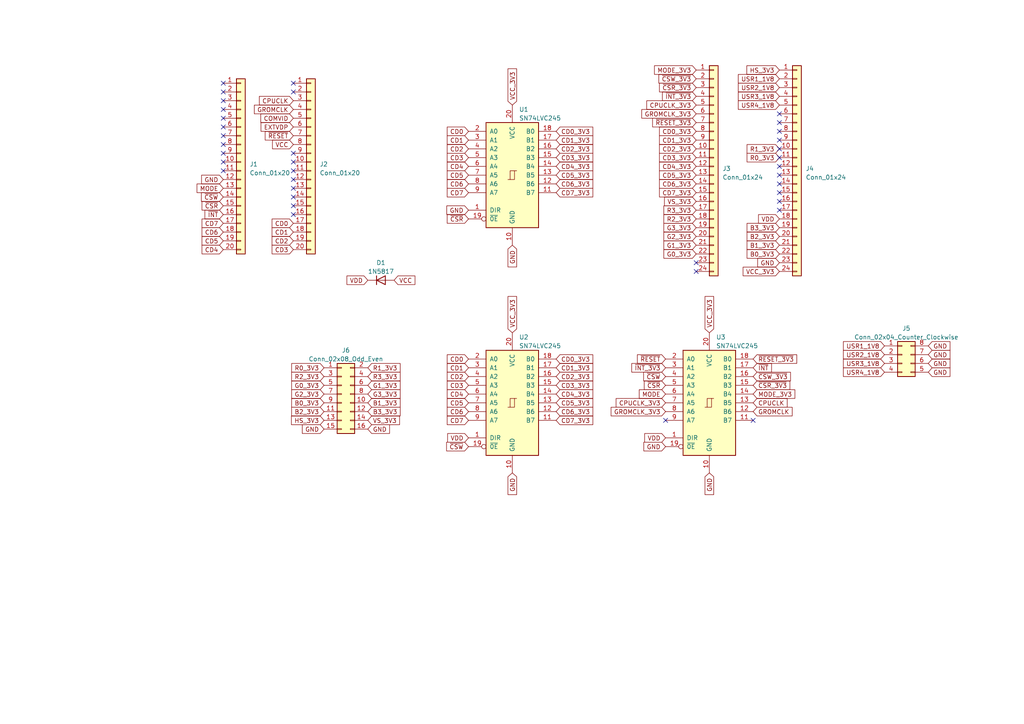
<source format=kicad_sch>
(kicad_sch (version 20230121) (generator eeschema)
  (paper "A4")
  (lib_symbols
    (symbol "Connector_Generic:Conn_01x20" (pin_names (offset 1.016) hide)
      (property "Reference" "J" (at 0 25.4 0))
      (property "Value" "Conn_01x20" (at 0 -27.94 0))
      (symbol "Conn_01x20_1_1"
        (rectangle (start -1.27 -25.273) (end 0 -25.527) (stroke (width 0.1524)))
        (rectangle (start -1.27 -22.733) (end 0 -22.987) (stroke (width 0.1524)))
        (rectangle (start -1.27 -20.193) (end 0 -20.447) (stroke (width 0.1524)))
        (rectangle (start -1.27 -17.653) (end 0 -17.907) (stroke (width 0.1524)))
        (rectangle (start -1.27 -15.113) (end 0 -15.367) (stroke (width 0.1524)))
        (rectangle (start -1.27 -12.573) (end 0 -12.827) (stroke (width 0.1524)))
        (rectangle (start -1.27 -10.033) (end 0 -10.287) (stroke (width 0.1524)))
        (rectangle (start -1.27 -7.493) (end 0 -7.747) (stroke (width 0.1524)))
        (rectangle (start -1.27 -4.953) (end 0 -5.207) (stroke (width 0.1524)))
        (rectangle (start -1.27 -2.413) (end 0 -2.667) (stroke (width 0.1524)))
        (rectangle (start -1.27 0.127) (end 0 -0.127) (stroke (width 0.1524)))
        (rectangle (start -1.27 2.667) (end 0 2.413) (stroke (width 0.1524)))
        (rectangle (start -1.27 5.207) (end 0 4.953) (stroke (width 0.1524)))
        (rectangle (start -1.27 7.747) (end 0 7.493) (stroke (width 0.1524)))
        (rectangle (start -1.27 10.287) (end 0 10.033) (stroke (width 0.1524)))
        (rectangle (start -1.27 12.827) (end 0 12.573) (stroke (width 0.1524)))
        (rectangle (start -1.27 15.367) (end 0 15.113) (stroke (width 0.1524)))
        (rectangle (start -1.27 17.907) (end 0 17.653) (stroke (width 0.1524)))
        (rectangle (start -1.27 20.447) (end 0 20.193) (stroke (width 0.1524)))
        (rectangle (start -1.27 22.987) (end 0 22.733) (stroke (width 0.1524)))
        (rectangle (start -1.27 24.13) (end 1.27 -26.67) (stroke (width 0.254)) (fill (type background)))
        (pin passive line (at -5.08 22.86 0) (length 3.81) (name "Pin_1") (number "1"))
        (pin passive line (at -5.08 0 0) (length 3.81) (name "Pin_10") (number "10"))
        (pin passive line (at -5.08 -2.54 0) (length 3.81) (name "Pin_11") (number "11"))
        (pin passive line (at -5.08 -5.08 0) (length 3.81) (name "Pin_12") (number "12"))
        (pin passive line (at -5.08 -7.62 0) (length 3.81) (name "Pin_13") (number "13"))
        (pin passive line (at -5.08 -10.16 0) (length 3.81) (name "Pin_14") (number "14"))
        (pin passive line (at -5.08 -12.7 0) (length 3.81) (name "Pin_15") (number "15"))
        (pin passive line (at -5.08 -15.24 0) (length 3.81) (name "Pin_16") (number "16"))
        (pin passive line (at -5.08 -17.78 0) (length 3.81) (name "Pin_17") (number "17"))
        (pin passive line (at -5.08 -20.32 0) (length 3.81) (name "Pin_18") (number "18"))
        (pin passive line (at -5.08 -22.86 0) (length 3.81) (name "Pin_19") (number "19"))
        (pin passive line (at -5.08 20.32 0) (length 3.81) (name "Pin_2") (number "2"))
        (pin passive line (at -5.08 -25.4 0) (length 3.81) (name "Pin_20") (number "20"))
        (pin passive line (at -5.08 17.78 0) (length 3.81) (name "Pin_3") (number "3"))
        (pin passive line (at -5.08 15.24 0) (length 3.81) (name "Pin_4") (number "4"))
        (pin passive line (at -5.08 12.7 0) (length 3.81) (name "Pin_5") (number "5"))
        (pin passive line (at -5.08 10.16 0) (length 3.81) (name "Pin_6") (number "6"))
        (pin passive line (at -5.08 7.62 0) (length 3.81) (name "Pin_7") (number "7"))
        (pin passive line (at -5.08 5.08 0) (length 3.81) (name "Pin_8") (number "8"))
        (pin passive line (at -5.08 2.54 0) (length 3.81) (name "Pin_9") (number "9"))
      )
    )
    (symbol "Connector_Generic:Conn_01x24" (pin_names (offset 1.016) hide)
      (property "Reference" "J" (at 0 30.48 0))
      (property "Value" "Conn_01x24" (at 0 -33.02 0))
      (symbol "Conn_01x24_1_1"
        (rectangle (start -1.27 -30.353) (end 0 -30.607) (stroke (width 0.1524)))
        (rectangle (start -1.27 -27.813) (end 0 -28.067) (stroke (width 0.1524)))
        (rectangle (start -1.27 -25.273) (end 0 -25.527) (stroke (width 0.1524)))
        (rectangle (start -1.27 -22.733) (end 0 -22.987) (stroke (width 0.1524)))
        (rectangle (start -1.27 -20.193) (end 0 -20.447) (stroke (width 0.1524)))
        (rectangle (start -1.27 -17.653) (end 0 -17.907) (stroke (width 0.1524)))
        (rectangle (start -1.27 -15.113) (end 0 -15.367) (stroke (width 0.1524)))
        (rectangle (start -1.27 -12.573) (end 0 -12.827) (stroke (width 0.1524)))
        (rectangle (start -1.27 -10.033) (end 0 -10.287) (stroke (width 0.1524)))
        (rectangle (start -1.27 -7.493) (end 0 -7.747) (stroke (width 0.1524)))
        (rectangle (start -1.27 -4.953) (end 0 -5.207) (stroke (width 0.1524)))
        (rectangle (start -1.27 -2.413) (end 0 -2.667) (stroke (width 0.1524)))
        (rectangle (start -1.27 0.127) (end 0 -0.127) (stroke (width 0.1524)))
        (rectangle (start -1.27 2.667) (end 0 2.413) (stroke (width 0.1524)))
        (rectangle (start -1.27 5.207) (end 0 4.953) (stroke (width 0.1524)))
        (rectangle (start -1.27 7.747) (end 0 7.493) (stroke (width 0.1524)))
        (rectangle (start -1.27 10.287) (end 0 10.033) (stroke (width 0.1524)))
        (rectangle (start -1.27 12.827) (end 0 12.573) (stroke (width 0.1524)))
        (rectangle (start -1.27 15.367) (end 0 15.113) (stroke (width 0.1524)))
        (rectangle (start -1.27 17.907) (end 0 17.653) (stroke (width 0.1524)))
        (rectangle (start -1.27 20.447) (end 0 20.193) (stroke (width 0.1524)))
        (rectangle (start -1.27 22.987) (end 0 22.733) (stroke (width 0.1524)))
        (rectangle (start -1.27 25.527) (end 0 25.273) (stroke (width 0.1524)))
        (rectangle (start -1.27 28.067) (end 0 27.813) (stroke (width 0.1524)))
        (rectangle (start -1.27 29.21) (end 1.27 -31.75) (stroke (width 0.254)) (fill (type background)))
        (pin passive line (at -5.08 27.94 0) (length 3.81) (name "Pin_1") (number "1"))
        (pin passive line (at -5.08 5.08 0) (length 3.81) (name "Pin_10") (number "10"))
        (pin passive line (at -5.08 2.54 0) (length 3.81) (name "Pin_11") (number "11"))
        (pin passive line (at -5.08 0 0) (length 3.81) (name "Pin_12") (number "12"))
        (pin passive line (at -5.08 -2.54 0) (length 3.81) (name "Pin_13") (number "13"))
        (pin passive line (at -5.08 -5.08 0) (length 3.81) (name "Pin_14") (number "14"))
        (pin passive line (at -5.08 -7.62 0) (length 3.81) (name "Pin_15") (number "15"))
        (pin passive line (at -5.08 -10.16 0) (length 3.81) (name "Pin_16") (number "16"))
        (pin passive line (at -5.08 -12.7 0) (length 3.81) (name "Pin_17") (number "17"))
        (pin passive line (at -5.08 -15.24 0) (length 3.81) (name "Pin_18") (number "18"))
        (pin passive line (at -5.08 -17.78 0) (length 3.81) (name "Pin_19") (number "19"))
        (pin passive line (at -5.08 25.4 0) (length 3.81) (name "Pin_2") (number "2"))
        (pin passive line (at -5.08 -20.32 0) (length 3.81) (name "Pin_20") (number "20"))
        (pin passive line (at -5.08 -22.86 0) (length 3.81) (name "Pin_21") (number "21"))
        (pin passive line (at -5.08 -25.4 0) (length 3.81) (name "Pin_22") (number "22"))
        (pin passive line (at -5.08 -27.94 0) (length 3.81) (name "Pin_23") (number "23"))
        (pin passive line (at -5.08 -30.48 0) (length 3.81) (name "Pin_24") (number "24"))
        (pin passive line (at -5.08 22.86 0) (length 3.81) (name "Pin_3") (number "3"))
        (pin passive line (at -5.08 20.32 0) (length 3.81) (name "Pin_4") (number "4"))
        (pin passive line (at -5.08 17.78 0) (length 3.81) (name "Pin_5") (number "5"))
        (pin passive line (at -5.08 15.24 0) (length 3.81) (name "Pin_6") (number "6"))
        (pin passive line (at -5.08 12.7 0) (length 3.81) (name "Pin_7") (number "7"))
        (pin passive line (at -5.08 10.16 0) (length 3.81) (name "Pin_8") (number "8"))
        (pin passive line (at -5.08 7.62 0) (length 3.81) (name "Pin_9") (number "9"))
      )
    )
    (symbol "Connector_Generic:Conn_02x04_Counter_Clockwise" (pin_names (offset 1.016) hide)
      (property "Reference" "J" (at 1.27 5.08 0))
      (property "Value" "Conn_02x04_Counter_Clockwise" (at 1.27 -7.62 0))
      (symbol "Conn_02x04_Counter_Clockwise_1_1"
        (rectangle (start -1.27 -4.953) (end 0 -5.207) (stroke (width 0.1524)))
        (rectangle (start -1.27 -2.413) (end 0 -2.667) (stroke (width 0.1524)))
        (rectangle (start -1.27 0.127) (end 0 -0.127) (stroke (width 0.1524)))
        (rectangle (start -1.27 2.667) (end 0 2.413) (stroke (width 0.1524)))
        (rectangle (start -1.27 3.81) (end 3.81 -6.35) (stroke (width 0.254)) (fill (type background)))
        (rectangle (start 3.81 -4.953) (end 2.54 -5.207) (stroke (width 0.1524)))
        (rectangle (start 3.81 -2.413) (end 2.54 -2.667) (stroke (width 0.1524)))
        (rectangle (start 3.81 0.127) (end 2.54 -0.127) (stroke (width 0.1524)))
        (rectangle (start 3.81 2.667) (end 2.54 2.413) (stroke (width 0.1524)))
        (pin passive line (at -5.08 2.54 0) (length 3.81) (name "Pin_1") (number "1"))
        (pin passive line (at -5.08 0 0) (length 3.81) (name "Pin_2") (number "2"))
        (pin passive line (at -5.08 -2.54 0) (length 3.81) (name "Pin_3") (number "3"))
        (pin passive line (at -5.08 -5.08 0) (length 3.81) (name "Pin_4") (number "4"))
        (pin passive line (at 7.62 -5.08 180) (length 3.81) (name "Pin_5") (number "5"))
        (pin passive line (at 7.62 -2.54 180) (length 3.81) (name "Pin_6") (number "6"))
        (pin passive line (at 7.62 0 180) (length 3.81) (name "Pin_7") (number "7"))
        (pin passive line (at 7.62 2.54 180) (length 3.81) (name "Pin_8") (number "8"))
      )
    )
    (symbol "Connector_Generic:Conn_02x08_Odd_Even" (pin_names (offset 1.016) hide)
      (property "Reference" "J" (at 1.27 10.16 0))
      (property "Value" "Conn_02x08_Odd_Even" (at 1.27 -12.7 0))
      (symbol "Conn_02x08_Odd_Even_1_1"
        (rectangle (start -1.27 -10.033) (end 0 -10.287) (stroke (width 0.1524)))
        (rectangle (start -1.27 -7.493) (end 0 -7.747) (stroke (width 0.1524)))
        (rectangle (start -1.27 -4.953) (end 0 -5.207) (stroke (width 0.1524)))
        (rectangle (start -1.27 -2.413) (end 0 -2.667) (stroke (width 0.1524)))
        (rectangle (start -1.27 0.127) (end 0 -0.127) (stroke (width 0.1524)))
        (rectangle (start -1.27 2.667) (end 0 2.413) (stroke (width 0.1524)))
        (rectangle (start -1.27 5.207) (end 0 4.953) (stroke (width 0.1524)))
        (rectangle (start -1.27 7.747) (end 0 7.493) (stroke (width 0.1524)))
        (rectangle (start -1.27 8.89) (end 3.81 -11.43) (stroke (width 0.254)) (fill (type background)))
        (rectangle (start 3.81 -10.033) (end 2.54 -10.287) (stroke (width 0.1524)))
        (rectangle (start 3.81 -7.493) (end 2.54 -7.747) (stroke (width 0.1524)))
        (rectangle (start 3.81 -4.953) (end 2.54 -5.207) (stroke (width 0.1524)))
        (rectangle (start 3.81 -2.413) (end 2.54 -2.667) (stroke (width 0.1524)))
        (rectangle (start 3.81 0.127) (end 2.54 -0.127) (stroke (width 0.1524)))
        (rectangle (start 3.81 2.667) (end 2.54 2.413) (stroke (width 0.1524)))
        (rectangle (start 3.81 5.207) (end 2.54 4.953) (stroke (width 0.1524)))
        (rectangle (start 3.81 7.747) (end 2.54 7.493) (stroke (width 0.1524)))
        (pin passive line (at -5.08 7.62 0) (length 3.81) (name "Pin_1") (number "1"))
        (pin passive line (at 7.62 -2.54 180) (length 3.81) (name "Pin_10") (number "10"))
        (pin passive line (at -5.08 -5.08 0) (length 3.81) (name "Pin_11") (number "11"))
        (pin passive line (at 7.62 -5.08 180) (length 3.81) (name "Pin_12") (number "12"))
        (pin passive line (at -5.08 -7.62 0) (length 3.81) (name "Pin_13") (number "13"))
        (pin passive line (at 7.62 -7.62 180) (length 3.81) (name "Pin_14") (number "14"))
        (pin passive line (at -5.08 -10.16 0) (length 3.81) (name "Pin_15") (number "15"))
        (pin passive line (at 7.62 -10.16 180) (length 3.81) (name "Pin_16") (number "16"))
        (pin passive line (at 7.62 7.62 180) (length 3.81) (name "Pin_2") (number "2"))
        (pin passive line (at -5.08 5.08 0) (length 3.81) (name "Pin_3") (number "3"))
        (pin passive line (at 7.62 5.08 180) (length 3.81) (name "Pin_4") (number "4"))
        (pin passive line (at -5.08 2.54 0) (length 3.81) (name "Pin_5") (number "5"))
        (pin passive line (at 7.62 2.54 180) (length 3.81) (name "Pin_6") (number "6"))
        (pin passive line (at -5.08 0 0) (length 3.81) (name "Pin_7") (number "7"))
        (pin passive line (at 7.62 0 180) (length 3.81) (name "Pin_8") (number "8"))
        (pin passive line (at -5.08 -2.54 0) (length 3.81) (name "Pin_9") (number "9"))
      )
    )
    (symbol "Diode:1N4001" (pin_numbers hide) (pin_names hide)
      (property "Reference" "D" (at 0 2.54 0))
      (property "Value" "1N4001" (at 0 -2.54 0))
      (symbol "1N4001_0_1"
        (polyline (pts (xy -1.27 1.27) (xy -1.27 -1.27)) (stroke (width 0.254)))
        (polyline (pts (xy 1.27 0) (xy -1.27 0)))
        (polyline (pts (xy 1.27 1.27) (xy 1.27 -1.27) (xy -1.27 0) (xy 1.27 1.27)) (stroke (width 0.254)))
      )
      (symbol "1N4001_1_1"
        (pin passive line (at -3.81 0 0) (length 2.54) (name "K") (number "1"))
        (pin passive line (at 3.81 0 180) (length 2.54) (name "A") (number "2"))
      )
    )
    (symbol "tms9118a_sym:SN74LVC245" (pin_names (offset 1.016))
      (property "Reference" "U" (at -7.62 16.51 0))
      (property "Value" "SN74LVC245" (at 7.62 16.51 0))
      (symbol "SN74LVC245_1_0"
        (polyline (pts (xy -0.635 -1.27) (xy -0.635 1.27) (xy 0.635 1.27)))
        (polyline (pts (xy -1.27 -1.27) (xy 0.635 -1.27) (xy 0.635 1.27) (xy 1.27 1.27)))
        (pin input line (at -12.7 -10.16 0) (length 5.08) (name "DIR") (number "1"))
        (pin power_in line (at 0 -20.32 90) (length 5.08) (name "GND") (number "10"))
        (pin tri_state line (at 12.7 -5.08 180) (length 5.08) (name "B7") (number "11"))
        (pin tri_state line (at 12.7 -2.54 180) (length 5.08) (name "B6") (number "12"))
        (pin tri_state line (at 12.7 0 180) (length 5.08) (name "B5") (number "13"))
        (pin tri_state line (at 12.7 2.54 180) (length 5.08) (name "B4") (number "14"))
        (pin tri_state line (at 12.7 5.08 180) (length 5.08) (name "B3") (number "15"))
        (pin tri_state line (at 12.7 7.62 180) (length 5.08) (name "B2") (number "16"))
        (pin tri_state line (at 12.7 10.16 180) (length 5.08) (name "B1") (number "17"))
        (pin tri_state line (at 12.7 12.7 180) (length 5.08) (name "B0") (number "18"))
        (pin input inverted (at -12.7 -12.7 0) (length 5.08) (name "~{0E}") (number "19"))
        (pin tri_state line (at -12.7 12.7 0) (length 5.08) (name "A0") (number "2"))
        (pin power_in line (at 0 20.32 270) (length 5.08) (name "VCC") (number "20"))
        (pin tri_state line (at -12.7 10.16 0) (length 5.08) (name "A1") (number "3"))
        (pin tri_state line (at -12.7 7.62 0) (length 5.08) (name "A2") (number "4"))
        (pin tri_state line (at -12.7 5.08 0) (length 5.08) (name "A3") (number "5"))
        (pin tri_state line (at -12.7 2.54 0) (length 5.08) (name "A4") (number "6"))
        (pin tri_state line (at -12.7 0 0) (length 5.08) (name "A5") (number "7"))
        (pin tri_state line (at -12.7 -2.54 0) (length 5.08) (name "A6") (number "8"))
        (pin tri_state line (at -12.7 -5.08 0) (length 5.08) (name "A7") (number "9"))
      )
      (symbol "SN74LVC245_1_1"
        (rectangle (start -7.62 15.24) (end 7.62 -15.24) (stroke (width 0.254)) (fill (type background)))
      )
    )
  )
  (no_connect (at 218.44 121.92))
  (no_connect (at 64.77 46.99))
  (no_connect (at 85.09 26.67))
  (no_connect (at 85.09 49.53))
  (no_connect (at 226.06 43.18))
  (no_connect (at 64.77 29.21))
  (no_connect (at 85.09 59.69))
  (no_connect (at 85.09 54.61))
  (no_connect (at 193.04 121.92))
  (no_connect (at 85.09 24.13))
  (no_connect (at 226.06 35.56))
  (no_connect (at 64.77 36.83))
  (no_connect (at 226.06 55.88))
  (no_connect (at 226.06 38.1))
  (no_connect (at 226.06 48.26))
  (no_connect (at 64.77 39.37))
  (no_connect (at 64.77 26.67))
  (no_connect (at 226.06 58.42))
  (no_connect (at 226.06 50.8))
  (no_connect (at 64.77 41.91))
  (no_connect (at 226.06 33.02))
  (no_connect (at 85.09 52.07))
  (no_connect (at 201.93 78.74))
  (no_connect (at 226.06 53.34))
  (no_connect (at 85.09 46.99))
  (no_connect (at 226.06 45.72))
  (no_connect (at 64.77 31.75))
  (no_connect (at 64.77 34.29))
  (no_connect (at 64.77 44.45))
  (no_connect (at 85.09 44.45))
  (no_connect (at 64.77 49.53))
  (no_connect (at 85.09 57.15))
  (no_connect (at 226.06 60.96))
  (no_connect (at 85.09 62.23))
  (no_connect (at 64.77 24.13))
  (no_connect (at 201.93 76.2))
  (no_connect (at 226.06 40.64))
  (global_label "CD6" (shape input) (at 135.89 119.38 180) (property "Intersheetrefs" "${INTERSHEET_REFS}" (effects hide)))
  (global_label "CD5" (shape input) (at 135.89 116.84 180) (property "Intersheetrefs" "${INTERSHEET_REFS}" (effects hide)))
  (global_label "CD7" (shape input) (at 135.89 55.88 180) (property "Intersheetrefs" "${INTERSHEET_REFS}" (effects hide)))
  (global_label "CPUCLK_3V3" (shape input) (at 193.04 116.84 180) (property "Intersheetrefs" "${INTERSHEET_REFS}" (effects hide)))
  (global_label "B1_3V3" (shape input) (at 226.06 71.12 180) (property "Intersheetrefs" "${INTERSHEET_REFS}" (effects hide)))
  (global_label "~{RESET_3V3}" (shape input) (at 201.93 35.56 180) (property "Intersheetrefs" "${INTERSHEET_REFS}" (effects hide)))
  (global_label "GND" (shape input) (at 148.59 137.16 270) (property "Intersheetrefs" "${INTERSHEET_REFS}" (effects hide)))
  (global_label "VCC_3V3" (shape input) (at 148.59 96.52 90) (property "Intersheetrefs" "${INTERSHEET_REFS}" (effects hide)))
  (global_label "B2_3V3" (shape input) (at 93.98 119.38 180) (property "Intersheetrefs" "${INTERSHEET_REFS}" (effects hide)))
  (global_label "G0_3V3" (shape input) (at 201.93 73.66 180) (property "Intersheetrefs" "${INTERSHEET_REFS}" (effects hide)))
  (global_label "VCC" (shape input) (at 114.3 81.28 0) (property "Intersheetrefs" "${INTERSHEET_REFS}" (effects hide)))
  (global_label "CD6_3V3" (shape input) (at 161.29 53.34 0) (property "Intersheetrefs" "${INTERSHEET_REFS}" (effects hide)))
  (global_label "GROMCLK_3V3" (shape input) (at 201.93 33.02 180) (property "Intersheetrefs" "${INTERSHEET_REFS}" (effects hide)))
  (global_label "VCC_3V3" (shape input) (at 226.06 78.74 180) (property "Intersheetrefs" "${INTERSHEET_REFS}" (effects hide)))
  (global_label "GND" (shape input) (at 193.04 129.54 180) (property "Intersheetrefs" "${INTERSHEET_REFS}" (effects hide)))
  (global_label "GND" (shape input) (at 64.77 52.07 180) (property "Intersheetrefs" "${INTERSHEET_REFS}" (effects hide)))
  (global_label "GND" (shape input) (at 269.24 105.41 0) (property "Intersheetrefs" "${INTERSHEET_REFS}" (effects hide)))
  (global_label "~{CSR}" (shape input) (at 193.04 111.76 180) (property "Intersheetrefs" "${INTERSHEET_REFS}" (effects hide)))
  (global_label "GND" (shape input) (at 148.59 71.12 270) (property "Intersheetrefs" "${INTERSHEET_REFS}" (effects hide)))
  (global_label "CD7_3V3" (shape input) (at 201.93 55.88 180) (property "Intersheetrefs" "${INTERSHEET_REFS}" (effects hide)))
  (global_label "B0_3V3" (shape input) (at 226.06 73.66 180) (property "Intersheetrefs" "${INTERSHEET_REFS}" (effects hide)))
  (global_label "CD4" (shape input) (at 135.89 48.26 180) (property "Intersheetrefs" "${INTERSHEET_REFS}" (effects hide)))
  (global_label "~{CSW}" (shape input) (at 64.77 57.15 180) (property "Intersheetrefs" "${INTERSHEET_REFS}" (effects hide)))
  (global_label "R1_3V3" (shape input) (at 106.68 106.68 0) (property "Intersheetrefs" "${INTERSHEET_REFS}" (effects hide)))
  (global_label "GROMCLK" (shape input) (at 218.44 119.38 0) (property "Intersheetrefs" "${INTERSHEET_REFS}" (effects hide)))
  (global_label "~{CSR}" (shape input) (at 64.77 59.69 180) (property "Intersheetrefs" "${INTERSHEET_REFS}" (effects hide)))
  (global_label "CD2" (shape input) (at 135.89 43.18 180) (property "Intersheetrefs" "${INTERSHEET_REFS}" (effects hide)))
  (global_label "CD0_3V3" (shape input) (at 201.93 38.1 180) (property "Intersheetrefs" "${INTERSHEET_REFS}" (effects hide)))
  (global_label "~{CSR}" (shape input) (at 135.89 63.5 180) (property "Intersheetrefs" "${INTERSHEET_REFS}" (effects hide)))
  (global_label "VCC_3V3" (shape input) (at 148.59 30.48 90) (property "Intersheetrefs" "${INTERSHEET_REFS}" (effects hide)))
  (global_label "CPUCLK_3V3" (shape input) (at 201.93 30.48 180) (property "Intersheetrefs" "${INTERSHEET_REFS}" (effects hide)))
  (global_label "VDD" (shape input) (at 226.06 63.5 180) (property "Intersheetrefs" "${INTERSHEET_REFS}" (effects hide)))
  (global_label "CD1_3V3" (shape input) (at 161.29 106.68 0) (property "Intersheetrefs" "${INTERSHEET_REFS}" (effects hide)))
  (global_label "CD0_3V3" (shape input) (at 161.29 104.14 0) (property "Intersheetrefs" "${INTERSHEET_REFS}" (effects hide)))
  (global_label "R1_3V3" (shape input) (at 226.06 43.18 180) (property "Intersheetrefs" "${INTERSHEET_REFS}" (effects hide)))
  (global_label "USR1_1V8" (shape input) (at 256.54 100.33 180) (property "Intersheetrefs" "${INTERSHEET_REFS}" (effects hide)))
  (global_label "MODE" (shape input) (at 64.77 54.61 180) (property "Intersheetrefs" "${INTERSHEET_REFS}" (effects hide)))
  (global_label "R2_3V3" (shape input) (at 201.93 63.5 180) (property "Intersheetrefs" "${INTERSHEET_REFS}" (effects hide)))
  (global_label "CD0" (shape input) (at 135.89 38.1 180) (property "Intersheetrefs" "${INTERSHEET_REFS}" (effects hide)))
  (global_label "~{CSR_3V3}" (shape input) (at 201.93 25.4 180) (property "Intersheetrefs" "${INTERSHEET_REFS}" (effects hide)))
  (global_label "VDD" (shape input) (at 106.68 81.28 180) (property "Intersheetrefs" "${INTERSHEET_REFS}" (effects hide)))
  (global_label "~{CSW}" (shape input) (at 135.89 129.54 180) (property "Intersheetrefs" "${INTERSHEET_REFS}" (effects hide)))
  (global_label "CD3" (shape input) (at 135.89 111.76 180) (property "Intersheetrefs" "${INTERSHEET_REFS}" (effects hide)))
  (global_label "GND" (shape input) (at 205.74 137.16 270) (property "Intersheetrefs" "${INTERSHEET_REFS}" (effects hide)))
  (global_label "GND" (shape input) (at 226.06 76.2 180) (property "Intersheetrefs" "${INTERSHEET_REFS}" (effects hide)))
  (global_label "GROMCLK" (shape input) (at 85.09 31.75 180) (property "Intersheetrefs" "${INTERSHEET_REFS}" (effects hide)))
  (global_label "CD3_3V3" (shape input) (at 201.93 45.72 180) (property "Intersheetrefs" "${INTERSHEET_REFS}" (effects hide)))
  (global_label "G3_3V3" (shape input) (at 106.68 114.3 0) (property "Intersheetrefs" "${INTERSHEET_REFS}" (effects hide)))
  (global_label "CD0" (shape input) (at 135.89 104.14 180) (property "Intersheetrefs" "${INTERSHEET_REFS}" (effects hide)))
  (global_label "CD2" (shape input) (at 85.09 69.85 180) (property "Intersheetrefs" "${INTERSHEET_REFS}" (effects hide)))
  (global_label "CD3_3V3" (shape input) (at 161.29 45.72 0) (property "Intersheetrefs" "${INTERSHEET_REFS}" (effects hide)))
  (global_label "B3_3V3" (shape input) (at 226.06 66.04 180) (property "Intersheetrefs" "${INTERSHEET_REFS}" (effects hide)))
  (global_label "VDD" (shape input) (at 193.04 127 180) (property "Intersheetrefs" "${INTERSHEET_REFS}" (effects hide)))
  (global_label "GND" (shape input) (at 269.24 100.33 0) (property "Intersheetrefs" "${INTERSHEET_REFS}" (effects hide)))
  (global_label "~{INT}" (shape input) (at 64.77 62.23 180) (property "Intersheetrefs" "${INTERSHEET_REFS}" (effects hide)))
  (global_label "CD5" (shape input) (at 64.77 69.85 180) (property "Intersheetrefs" "${INTERSHEET_REFS}" (effects hide)))
  (global_label "CD7" (shape input) (at 64.77 64.77 180) (property "Intersheetrefs" "${INTERSHEET_REFS}" (effects hide)))
  (global_label "VCC" (shape input) (at 85.09 41.91 180) (property "Intersheetrefs" "${INTERSHEET_REFS}" (effects hide)))
  (global_label "CD3" (shape input) (at 135.89 45.72 180) (property "Intersheetrefs" "${INTERSHEET_REFS}" (effects hide)))
  (global_label "CD7" (shape input) (at 135.89 121.92 180) (property "Intersheetrefs" "${INTERSHEET_REFS}" (effects hide)))
  (global_label "~{INT}" (shape input) (at 218.44 106.68 0) (property "Intersheetrefs" "${INTERSHEET_REFS}" (effects hide)))
  (global_label "CD6" (shape input) (at 64.77 67.31 180) (property "Intersheetrefs" "${INTERSHEET_REFS}" (effects hide)))
  (global_label "USR3_1V8" (shape input) (at 226.06 27.94 180) (property "Intersheetrefs" "${INTERSHEET_REFS}" (effects hide)))
  (global_label "CD5" (shape input) (at 135.89 50.8 180) (property "Intersheetrefs" "${INTERSHEET_REFS}" (effects hide)))
  (global_label "CD4" (shape input) (at 135.89 114.3 180) (property "Intersheetrefs" "${INTERSHEET_REFS}" (effects hide)))
  (global_label "VDD" (shape input) (at 135.89 127 180) (property "Intersheetrefs" "${INTERSHEET_REFS}" (effects hide)))
  (global_label "G1_3V3" (shape input) (at 106.68 111.76 0) (property "Intersheetrefs" "${INTERSHEET_REFS}" (effects hide)))
  (global_label "R0_3V3" (shape input) (at 93.98 106.68 180) (property "Intersheetrefs" "${INTERSHEET_REFS}" (effects hide)))
  (global_label "CD1_3V3" (shape input) (at 161.29 40.64 0) (property "Intersheetrefs" "${INTERSHEET_REFS}" (effects hide)))
  (global_label "CD4_3V3" (shape input) (at 161.29 114.3 0) (property "Intersheetrefs" "${INTERSHEET_REFS}" (effects hide)))
  (global_label "CD3_3V3" (shape input) (at 161.29 111.76 0) (property "Intersheetrefs" "${INTERSHEET_REFS}" (effects hide)))
  (global_label "G2_3V3" (shape input) (at 201.93 68.58 180) (property "Intersheetrefs" "${INTERSHEET_REFS}" (effects hide)))
  (global_label "CD2" (shape input) (at 135.89 109.22 180) (property "Intersheetrefs" "${INTERSHEET_REFS}" (effects hide)))
  (global_label "VCC_3V3" (shape input) (at 205.74 96.52 90) (property "Intersheetrefs" "${INTERSHEET_REFS}" (effects hide)))
  (global_label "CD1_3V3" (shape input) (at 201.93 40.64 180) (property "Intersheetrefs" "${INTERSHEET_REFS}" (effects hide)))
  (global_label "B3_3V3" (shape input) (at 106.68 119.38 0) (property "Intersheetrefs" "${INTERSHEET_REFS}" (effects hide)))
  (global_label "B1_3V3" (shape input) (at 106.68 116.84 0) (property "Intersheetrefs" "${INTERSHEET_REFS}" (effects hide)))
  (global_label "GND" (shape input) (at 93.98 124.46 180) (property "Intersheetrefs" "${INTERSHEET_REFS}" (effects hide)))
  (global_label "GROMCLK_3V3" (shape input) (at 193.04 119.38 180) (property "Intersheetrefs" "${INTERSHEET_REFS}" (effects hide)))
  (global_label "CD0_3V3" (shape input) (at 161.29 38.1 0) (property "Intersheetrefs" "${INTERSHEET_REFS}" (effects hide)))
  (global_label "CD5_3V3" (shape input) (at 161.29 50.8 0) (property "Intersheetrefs" "${INTERSHEET_REFS}" (effects hide)))
  (global_label "COMVID" (shape input) (at 85.09 34.29 180) (property "Intersheetrefs" "${INTERSHEET_REFS}" (effects hide)))
  (global_label "CD6_3V3" (shape input) (at 161.29 119.38 0) (property "Intersheetrefs" "${INTERSHEET_REFS}" (effects hide)))
  (global_label "USR4_1V8" (shape input) (at 226.06 30.48 180) (property "Intersheetrefs" "${INTERSHEET_REFS}" (effects hide)))
  (global_label "R0_3V3" (shape input) (at 226.06 45.72 180) (property "Intersheetrefs" "${INTERSHEET_REFS}" (effects hide)))
  (global_label "GND" (shape input) (at 135.89 60.96 180) (property "Intersheetrefs" "${INTERSHEET_REFS}" (effects hide)))
  (global_label "MODE_3V3" (shape input) (at 201.93 20.32 180) (property "Intersheetrefs" "${INTERSHEET_REFS}" (effects hide)))
  (global_label "GND" (shape input) (at 269.24 107.95 0) (property "Intersheetrefs" "${INTERSHEET_REFS}" (effects hide)))
  (global_label "G0_3V3" (shape input) (at 93.98 111.76 180) (property "Intersheetrefs" "${INTERSHEET_REFS}" (effects hide)))
  (global_label "CD7_3V3" (shape input) (at 161.29 121.92 0) (property "Intersheetrefs" "${INTERSHEET_REFS}" (effects hide)))
  (global_label "CD3" (shape input) (at 85.09 72.39 180) (property "Intersheetrefs" "${INTERSHEET_REFS}" (effects hide)))
  (global_label "~{RESET}" (shape input) (at 85.09 39.37 180) (property "Intersheetrefs" "${INTERSHEET_REFS}" (effects hide)))
  (global_label "B2_3V3" (shape input) (at 226.06 68.58 180) (property "Intersheetrefs" "${INTERSHEET_REFS}" (effects hide)))
  (global_label "~{RESET}" (shape input) (at 193.04 104.14 180) (property "Intersheetrefs" "${INTERSHEET_REFS}" (effects hide)))
  (global_label "CD6" (shape input) (at 135.89 53.34 180) (property "Intersheetrefs" "${INTERSHEET_REFS}" (effects hide)))
  (global_label "CD4_3V3" (shape input) (at 201.93 48.26 180) (property "Intersheetrefs" "${INTERSHEET_REFS}" (effects hide)))
  (global_label "~{CSW}" (shape input) (at 193.04 109.22 180) (property "Intersheetrefs" "${INTERSHEET_REFS}" (effects hide)))
  (global_label "G2_3V3" (shape input) (at 93.98 114.3 180) (property "Intersheetrefs" "${INTERSHEET_REFS}" (effects hide)))
  (global_label "EXTVDP" (shape input) (at 85.09 36.83 180) (property "Intersheetrefs" "${INTERSHEET_REFS}" (effects hide)))
  (global_label "CPUCLK" (shape input) (at 85.09 29.21 180) (property "Intersheetrefs" "${INTERSHEET_REFS}" (effects hide)))
  (global_label "CD2_3V3" (shape input) (at 161.29 43.18 0) (property "Intersheetrefs" "${INTERSHEET_REFS}" (effects hide)))
  (global_label "USR3_1V8" (shape input) (at 256.54 105.41 180) (property "Intersheetrefs" "${INTERSHEET_REFS}" (effects hide)))
  (global_label "VS_3V3" (shape input) (at 106.68 121.92 0) (property "Intersheetrefs" "${INTERSHEET_REFS}" (effects hide)))
  (global_label "G1_3V3" (shape input) (at 201.93 71.12 180) (property "Intersheetrefs" "${INTERSHEET_REFS}" (effects hide)))
  (global_label "CD1" (shape input) (at 135.89 106.68 180) (property "Intersheetrefs" "${INTERSHEET_REFS}" (effects hide)))
  (global_label "USR1_1V8" (shape input) (at 226.06 22.86 180) (property "Intersheetrefs" "${INTERSHEET_REFS}" (effects hide)))
  (global_label "CD1" (shape input) (at 135.89 40.64 180) (property "Intersheetrefs" "${INTERSHEET_REFS}" (effects hide)))
  (global_label "~{CSW_3V3}" (shape input) (at 201.93 22.86 180) (property "Intersheetrefs" "${INTERSHEET_REFS}" (effects hide)))
  (global_label "CD7_3V3" (shape input) (at 161.29 55.88 0) (property "Intersheetrefs" "${INTERSHEET_REFS}" (effects hide)))
  (global_label "MODE" (shape input) (at 193.04 114.3 180) (property "Intersheetrefs" "${INTERSHEET_REFS}" (effects hide)))
  (global_label "CD4_3V3" (shape input) (at 161.29 48.26 0) (property "Intersheetrefs" "${INTERSHEET_REFS}" (effects hide)))
  (global_label "R3_3V3" (shape input) (at 106.68 109.22 0) (property "Intersheetrefs" "${INTERSHEET_REFS}" (effects hide)))
  (global_label "CD5_3V3" (shape input) (at 161.29 116.84 0) (property "Intersheetrefs" "${INTERSHEET_REFS}" (effects hide)))
  (global_label "CD2_3V3" (shape input) (at 201.93 43.18 180) (property "Intersheetrefs" "${INTERSHEET_REFS}" (effects hide)))
  (global_label "CD1" (shape input) (at 85.09 67.31 180) (property "Intersheetrefs" "${INTERSHEET_REFS}" (effects hide)))
  (global_label "CD4" (shape input) (at 64.77 72.39 180) (property "Intersheetrefs" "${INTERSHEET_REFS}" (effects hide)))
  (global_label "VS_3V3" (shape input) (at 201.93 58.42 180) (property "Intersheetrefs" "${INTERSHEET_REFS}" (effects hide)))
  (global_label "CD6_3V3" (shape input) (at 201.93 53.34 180) (property "Intersheetrefs" "${INTERSHEET_REFS}" (effects hide)))
  (global_label "CPUCLK" (shape input) (at 218.44 116.84 0) (property "Intersheetrefs" "${INTERSHEET_REFS}" (effects hide)))
  (global_label "USR2_1V8" (shape input) (at 226.06 25.4 180) (property "Intersheetrefs" "${INTERSHEET_REFS}" (effects hide)))
  (global_label "MODE_3V3" (shape input) (at 218.44 114.3 0) (property "Intersheetrefs" "${INTERSHEET_REFS}" (effects hide)))
  (global_label "CD0" (shape input) (at 85.09 64.77 180) (property "Intersheetrefs" "${INTERSHEET_REFS}" (effects hide)))
  (global_label "R2_3V3" (shape input) (at 93.98 109.22 180) (property "Intersheetrefs" "${INTERSHEET_REFS}" (effects hide)))
  (global_label "CD5_3V3" (shape input) (at 201.93 50.8 180) (property "Intersheetrefs" "${INTERSHEET_REFS}" (effects hide)))
  (global_label "~{CSW_3V3}" (shape input) (at 218.44 109.22 0) (property "Intersheetrefs" "${INTERSHEET_REFS}" (effects hide)))
  (global_label "USR2_1V8" (shape input) (at 256.54 102.87 180) (property "Intersheetrefs" "${INTERSHEET_REFS}" (effects hide)))
  (global_label "HS_3V3" (shape input) (at 93.98 121.92 180) (property "Intersheetrefs" "${INTERSHEET_REFS}" (effects hide)))
  (global_label "~{INT_3V3}" (shape input) (at 193.04 106.68 180) (property "Intersheetrefs" "${INTERSHEET_REFS}" (effects hide)))
  (global_label "GND" (shape input) (at 106.68 124.46 0) (property "Intersheetrefs" "${INTERSHEET_REFS}" (effects hide)))
  (global_label "G3_3V3" (shape input) (at 201.93 66.04 180) (property "Intersheetrefs" "${INTERSHEET_REFS}" (effects hide)))
  (global_label "~{CSR_3V3}" (shape input) (at 218.44 111.76 0) (property "Intersheetrefs" "${INTERSHEET_REFS}" (effects hide)))
  (global_label "~{RESET_3V3}" (shape input) (at 218.44 104.14 0) (property "Intersheetrefs" "${INTERSHEET_REFS}" (effects hide)))
  (global_label "HS_3V3" (shape input) (at 226.06 20.32 180) (property "Intersheetrefs" "${INTERSHEET_REFS}" (effects hide)))
  (global_label "B0_3V3" (shape input) (at 93.98 116.84 180) (property "Intersheetrefs" "${INTERSHEET_REFS}" (effects hide)))
  (global_label "R3_3V3" (shape input) (at 201.93 60.96 180) (property "Intersheetrefs" "${INTERSHEET_REFS}" (effects hide)))
  (global_label "USR4_1V8" (shape input) (at 256.54 107.95 180) (property "Intersheetrefs" "${INTERSHEET_REFS}" (effects hide)))
  (global_label "CD2_3V3" (shape input) (at 161.29 109.22 0) (property "Intersheetrefs" "${INTERSHEET_REFS}" (effects hide)))
  (global_label "~{INT_3V3}" (shape input) (at 201.93 27.94 180) (property "Intersheetrefs" "${INTERSHEET_REFS}" (effects hide)))
  (global_label "GND" (shape input) (at 269.24 102.87 0) (property "Intersheetrefs" "${INTERSHEET_REFS}" (effects hide)))
  (symbol (lib_id "Connector_Generic:Conn_01x20") (at 69.85 46.99 0) (unit 1)
    (property "Reference" "J1" (at 72.39 47.625 0) (effects (justify left)))
    (property "Value" "Conn_01x20" (at 72.39 50.165 0) (effects (justify left)))
    (property "Footprint" "Connector_PinHeader_2.54mm:PinHeader_1x20_P2.54mm_Vertical" (effects hide))
  )
  (symbol (lib_id "tms9118a_sym:SN74LVC245") (at 205.74 116.84 0) (unit 1)
    (property "Reference" "U3" (at 207.6959 97.79 0) (effects (justify left)))
    (property "Value" "SN74LVC245" (at 207.6959 100.33 0) (effects (justify left)))
    (property "Footprint" "Package_DIP:DIP-20_W7.62mm_Socket_LongPads" (effects hide))
  )
  (symbol (lib_id "Connector_Generic:Conn_02x04_Counter_Clockwise") (at 261.62 102.87 0) (unit 1)
    (property "Reference" "J5" (at 262.89 95.25 0))
    (property "Value" "Conn_02x04_Counter_Clockwise" (at 262.89 97.79 0))
    (property "Footprint" "Button_Switch_THT:SW_DIP_SPSTx04_Slide_6.7x11.72mm_W7.62mm_P2.54mm_LowProfile" (effects hide))
  )
  (symbol (lib_id "Connector_Generic:Conn_01x24") (at 207.01 48.26 0) (unit 1)
    (property "Reference" "J3" (at 209.55 48.895 0) (effects (justify left)))
    (property "Value" "Conn_01x24" (at 209.55 51.435 0) (effects (justify left)))
    (property "Footprint" "Connector_PinSocket_2.54mm:PinSocket_1x24_P2.54mm_Vertical" (effects hide))
  )
  (symbol (lib_id "Connector_Generic:Conn_02x08_Odd_Even") (at 99.06 114.3 0) (unit 1)
    (property "Reference" "J6" (at 100.33 101.6 0))
    (property "Value" "Conn_02x08_Odd_Even" (at 100.33 104.14 0))
    (property "Footprint" "Connector_PinHeader_2.54mm:PinHeader_2x08_P2.54mm_Horizontal" (effects hide))
  )
  (symbol (lib_id "Connector_Generic:Conn_01x20") (at 90.17 46.99 0) (unit 1)
    (property "Reference" "J2" (at 92.71 47.625 0) (effects (justify left)))
    (property "Value" "Conn_01x20" (at 92.71 50.165 0) (effects (justify left)))
    (property "Footprint" "Connector_PinHeader_2.54mm:PinHeader_1x20_P2.54mm_Vertical" (effects hide))
  )
  (symbol (lib_id "tms9118a_sym:SN74LVC245") (at 148.59 50.8 0) (unit 1)
    (property "Reference" "U1" (at 150.5459 31.75 0) (effects (justify left)))
    (property "Value" "SN74LVC245" (at 150.5459 34.29 0) (effects (justify left)))
    (property "Footprint" "Package_DIP:DIP-20_W7.62mm_Socket_LongPads" (effects hide))
  )
  (symbol (lib_id "Diode:1N4001") (at 110.49 81.28 0) (unit 1)
    (property "Reference" "D1" (at 110.49 76.2 0))
    (property "Value" "1N5817" (at 110.49 78.74 0))
    (property "Footprint" "Diode_THT:D_DO-41_SOD81_P10.16mm_Horizontal" (effects hide))
    (property "Datasheet" "http://www.vishay.com/docs/88503/1n4001.pdf" (effects hide))
    (property "Sim.Device" "D" (effects hide))
    (property "Sim.Pins" "1=K 2=A" (effects hide))
  )
  (symbol (lib_id "Connector_Generic:Conn_01x24") (at 231.14 48.26 0) (unit 1)
    (property "Reference" "J4" (at 233.68 48.895 0) (effects (justify left)))
    (property "Value" "Conn_01x24" (at 233.68 51.435 0) (effects (justify left)))
    (property "Footprint" "Connector_PinSocket_2.54mm:PinSocket_1x24_P2.54mm_Vertical" (effects hide))
  )
  (symbol (lib_id "tms9118a_sym:SN74LVC245") (at 148.59 116.84 0) (unit 1)
    (property "Reference" "U2" (at 150.5459 97.79 0) (effects (justify left)))
    (property "Value" "SN74LVC245" (at 150.5459 100.33 0) (effects (justify left)))
    (property "Footprint" "Package_DIP:DIP-20_W7.62mm_Socket_LongPads" (effects hide))
  )
)
</source>
